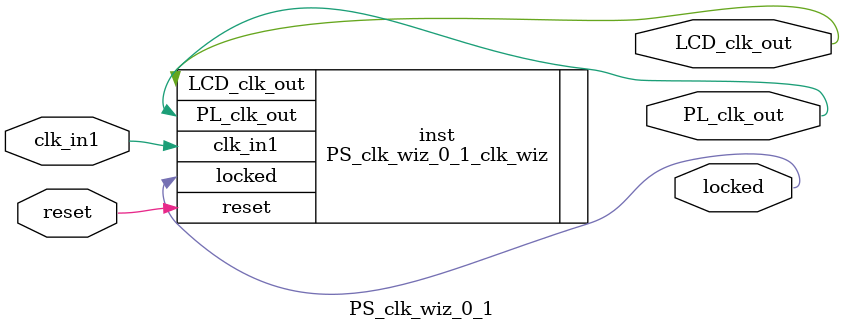
<source format=v>


`timescale 1ps/1ps

(* CORE_GENERATION_INFO = "PS_clk_wiz_0_1,clk_wiz_v6_0_4_0_0,{component_name=PS_clk_wiz_0_1,use_phase_alignment=true,use_min_o_jitter=false,use_max_i_jitter=false,use_dyn_phase_shift=false,use_inclk_switchover=false,use_dyn_reconfig=false,enable_axi=0,feedback_source=FDBK_AUTO,PRIMITIVE=MMCM,num_out_clk=2,clkin1_period=10.000,clkin2_period=10.000,use_power_down=false,use_reset=true,use_locked=true,use_inclk_stopped=false,feedback_type=SINGLE,CLOCK_MGR_TYPE=NA,manual_override=false}" *)

module PS_clk_wiz_0_1 
 (
  // Clock out ports
  output        PL_clk_out,
  output        LCD_clk_out,
  // Status and control signals
  input         reset,
  output        locked,
 // Clock in ports
  input         clk_in1
 );

  PS_clk_wiz_0_1_clk_wiz inst
  (
  // Clock out ports  
  .PL_clk_out(PL_clk_out),
  .LCD_clk_out(LCD_clk_out),
  // Status and control signals               
  .reset(reset), 
  .locked(locked),
 // Clock in ports
  .clk_in1(clk_in1)
  );

endmodule

</source>
